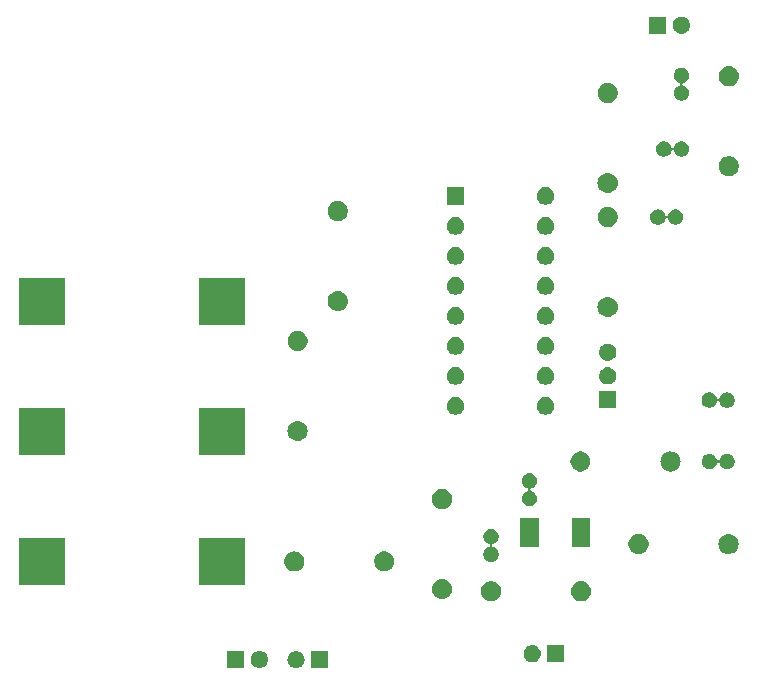
<source format=gts>
G04 #@! TF.GenerationSoftware,KiCad,Pcbnew,(5.0.2)-1*
G04 #@! TF.CreationDate,2019-03-08T12:48:48+01:00*
G04 #@! TF.ProjectId,ECG_final,4543475f-6669-46e6-916c-2e6b69636164,rev?*
G04 #@! TF.SameCoordinates,Original*
G04 #@! TF.FileFunction,Soldermask,Top*
G04 #@! TF.FilePolarity,Negative*
%FSLAX46Y46*%
G04 Gerber Fmt 4.6, Leading zero omitted, Abs format (unit mm)*
G04 Created by KiCad (PCBNEW (5.0.2)-1) date 08/03/2019 12:48:48*
%MOMM*%
%LPD*%
G01*
G04 APERTURE LIST*
%ADD10C,0.100000*%
G04 APERTURE END LIST*
D10*
G36*
X137096000Y-97191000D02*
X135644000Y-97191000D01*
X135644000Y-95739000D01*
X137096000Y-95739000D01*
X137096000Y-97191000D01*
X137096000Y-97191000D01*
G37*
G36*
X134426991Y-95741101D02*
X134512321Y-95749505D01*
X134649172Y-95791019D01*
X134649174Y-95791020D01*
X134649177Y-95791021D01*
X134775296Y-95858432D01*
X134885843Y-95949157D01*
X134976568Y-96059704D01*
X135043979Y-96185823D01*
X135043980Y-96185826D01*
X135043981Y-96185828D01*
X135085495Y-96322679D01*
X135099512Y-96465000D01*
X135085495Y-96607321D01*
X135043981Y-96744172D01*
X135043979Y-96744177D01*
X134976568Y-96870296D01*
X134885843Y-96980843D01*
X134775296Y-97071568D01*
X134649177Y-97138979D01*
X134649174Y-97138980D01*
X134649172Y-97138981D01*
X134512321Y-97180495D01*
X134426991Y-97188899D01*
X134405660Y-97191000D01*
X134334340Y-97191000D01*
X134313009Y-97188899D01*
X134227679Y-97180495D01*
X134090828Y-97138981D01*
X134090826Y-97138980D01*
X134090823Y-97138979D01*
X133964704Y-97071568D01*
X133854157Y-96980843D01*
X133763432Y-96870296D01*
X133696021Y-96744177D01*
X133696019Y-96744172D01*
X133654505Y-96607321D01*
X133640488Y-96465000D01*
X133654505Y-96322679D01*
X133696019Y-96185828D01*
X133696020Y-96185826D01*
X133696021Y-96185823D01*
X133763432Y-96059704D01*
X133854157Y-95949157D01*
X133964704Y-95858432D01*
X134090823Y-95791021D01*
X134090826Y-95791020D01*
X134090828Y-95791019D01*
X134227679Y-95749505D01*
X134313009Y-95741101D01*
X134334340Y-95739000D01*
X134405660Y-95739000D01*
X134426991Y-95741101D01*
X134426991Y-95741101D01*
G37*
G36*
X131326991Y-95741101D02*
X131412321Y-95749505D01*
X131549172Y-95791019D01*
X131549174Y-95791020D01*
X131549177Y-95791021D01*
X131675296Y-95858432D01*
X131785843Y-95949157D01*
X131876568Y-96059704D01*
X131943979Y-96185823D01*
X131943980Y-96185826D01*
X131943981Y-96185828D01*
X131985495Y-96322679D01*
X131999512Y-96465000D01*
X131985495Y-96607321D01*
X131943981Y-96744172D01*
X131943979Y-96744177D01*
X131876568Y-96870296D01*
X131785843Y-96980843D01*
X131675296Y-97071568D01*
X131549177Y-97138979D01*
X131549174Y-97138980D01*
X131549172Y-97138981D01*
X131412321Y-97180495D01*
X131326991Y-97188899D01*
X131305660Y-97191000D01*
X131234340Y-97191000D01*
X131213009Y-97188899D01*
X131127679Y-97180495D01*
X130990828Y-97138981D01*
X130990826Y-97138980D01*
X130990823Y-97138979D01*
X130864704Y-97071568D01*
X130754157Y-96980843D01*
X130663432Y-96870296D01*
X130596021Y-96744177D01*
X130596019Y-96744172D01*
X130554505Y-96607321D01*
X130540488Y-96465000D01*
X130554505Y-96322679D01*
X130596019Y-96185828D01*
X130596020Y-96185826D01*
X130596021Y-96185823D01*
X130663432Y-96059704D01*
X130754157Y-95949157D01*
X130864704Y-95858432D01*
X130990823Y-95791021D01*
X130990826Y-95791020D01*
X130990828Y-95791019D01*
X131127679Y-95749505D01*
X131213009Y-95741101D01*
X131234340Y-95739000D01*
X131305660Y-95739000D01*
X131326991Y-95741101D01*
X131326991Y-95741101D01*
G37*
G36*
X129996000Y-97191000D02*
X128544000Y-97191000D01*
X128544000Y-95739000D01*
X129996000Y-95739000D01*
X129996000Y-97191000D01*
X129996000Y-97191000D01*
G37*
G36*
X154426991Y-95246101D02*
X154512321Y-95254505D01*
X154649172Y-95296019D01*
X154649174Y-95296020D01*
X154649177Y-95296021D01*
X154775296Y-95363432D01*
X154885843Y-95454157D01*
X154976568Y-95564704D01*
X155043979Y-95690823D01*
X155043980Y-95690826D01*
X155043981Y-95690828D01*
X155085495Y-95827679D01*
X155099512Y-95970000D01*
X155085495Y-96112321D01*
X155043981Y-96249172D01*
X155043979Y-96249177D01*
X154976568Y-96375296D01*
X154885843Y-96485843D01*
X154775296Y-96576568D01*
X154649177Y-96643979D01*
X154649174Y-96643980D01*
X154649172Y-96643981D01*
X154512321Y-96685495D01*
X154426991Y-96693899D01*
X154405660Y-96696000D01*
X154334340Y-96696000D01*
X154313009Y-96693899D01*
X154227679Y-96685495D01*
X154090828Y-96643981D01*
X154090826Y-96643980D01*
X154090823Y-96643979D01*
X153964704Y-96576568D01*
X153854157Y-96485843D01*
X153763432Y-96375296D01*
X153696021Y-96249177D01*
X153696019Y-96249172D01*
X153654505Y-96112321D01*
X153640488Y-95970000D01*
X153654505Y-95827679D01*
X153696019Y-95690828D01*
X153696020Y-95690826D01*
X153696021Y-95690823D01*
X153763432Y-95564704D01*
X153854157Y-95454157D01*
X153964704Y-95363432D01*
X154090823Y-95296021D01*
X154090826Y-95296020D01*
X154090828Y-95296019D01*
X154227679Y-95254505D01*
X154313009Y-95246101D01*
X154334340Y-95244000D01*
X154405660Y-95244000D01*
X154426991Y-95246101D01*
X154426991Y-95246101D01*
G37*
G36*
X157096000Y-96696000D02*
X155644000Y-96696000D01*
X155644000Y-95244000D01*
X157096000Y-95244000D01*
X157096000Y-96696000D01*
X157096000Y-96696000D01*
G37*
G36*
X151128228Y-89861703D02*
X151283100Y-89925853D01*
X151422481Y-90018985D01*
X151541015Y-90137519D01*
X151634147Y-90276900D01*
X151698297Y-90431772D01*
X151731000Y-90596184D01*
X151731000Y-90763816D01*
X151698297Y-90928228D01*
X151634147Y-91083100D01*
X151541015Y-91222481D01*
X151422481Y-91341015D01*
X151283100Y-91434147D01*
X151128228Y-91498297D01*
X150963816Y-91531000D01*
X150796184Y-91531000D01*
X150631772Y-91498297D01*
X150476900Y-91434147D01*
X150337519Y-91341015D01*
X150218985Y-91222481D01*
X150125853Y-91083100D01*
X150061703Y-90928228D01*
X150029000Y-90763816D01*
X150029000Y-90596184D01*
X150061703Y-90431772D01*
X150125853Y-90276900D01*
X150218985Y-90137519D01*
X150337519Y-90018985D01*
X150476900Y-89925853D01*
X150631772Y-89861703D01*
X150796184Y-89829000D01*
X150963816Y-89829000D01*
X151128228Y-89861703D01*
X151128228Y-89861703D01*
G37*
G36*
X158666821Y-89841313D02*
X158666824Y-89841314D01*
X158666825Y-89841314D01*
X158827239Y-89889975D01*
X158827241Y-89889976D01*
X158827244Y-89889977D01*
X158975078Y-89968995D01*
X159104659Y-90075341D01*
X159211005Y-90204922D01*
X159290023Y-90352756D01*
X159290024Y-90352759D01*
X159290025Y-90352761D01*
X159331656Y-90490000D01*
X159338687Y-90513179D01*
X159355117Y-90680000D01*
X159338687Y-90846821D01*
X159338686Y-90846824D01*
X159338686Y-90846825D01*
X159313993Y-90928228D01*
X159290023Y-91007244D01*
X159211005Y-91155078D01*
X159104659Y-91284659D01*
X158975078Y-91391005D01*
X158827244Y-91470023D01*
X158827241Y-91470024D01*
X158827239Y-91470025D01*
X158666825Y-91518686D01*
X158666824Y-91518686D01*
X158666821Y-91518687D01*
X158541804Y-91531000D01*
X158458196Y-91531000D01*
X158333179Y-91518687D01*
X158333176Y-91518686D01*
X158333175Y-91518686D01*
X158172761Y-91470025D01*
X158172759Y-91470024D01*
X158172756Y-91470023D01*
X158024922Y-91391005D01*
X157895341Y-91284659D01*
X157788995Y-91155078D01*
X157709977Y-91007244D01*
X157686008Y-90928228D01*
X157661314Y-90846825D01*
X157661314Y-90846824D01*
X157661313Y-90846821D01*
X157644883Y-90680000D01*
X157661313Y-90513179D01*
X157668344Y-90490000D01*
X157709975Y-90352761D01*
X157709976Y-90352759D01*
X157709977Y-90352756D01*
X157788995Y-90204922D01*
X157895341Y-90075341D01*
X158024922Y-89968995D01*
X158172756Y-89889977D01*
X158172759Y-89889976D01*
X158172761Y-89889975D01*
X158333175Y-89841314D01*
X158333176Y-89841314D01*
X158333179Y-89841313D01*
X158458196Y-89829000D01*
X158541804Y-89829000D01*
X158666821Y-89841313D01*
X158666821Y-89841313D01*
G37*
G36*
X146896821Y-89651313D02*
X146896824Y-89651314D01*
X146896825Y-89651314D01*
X147057239Y-89699975D01*
X147057241Y-89699976D01*
X147057244Y-89699977D01*
X147205078Y-89778995D01*
X147334659Y-89885341D01*
X147441005Y-90014922D01*
X147520023Y-90162756D01*
X147520024Y-90162759D01*
X147520025Y-90162761D01*
X147568686Y-90323175D01*
X147568687Y-90323179D01*
X147585117Y-90490000D01*
X147568687Y-90656821D01*
X147568686Y-90656824D01*
X147568686Y-90656825D01*
X147536231Y-90763816D01*
X147520023Y-90817244D01*
X147441005Y-90965078D01*
X147334659Y-91094659D01*
X147205078Y-91201005D01*
X147057244Y-91280023D01*
X147057241Y-91280024D01*
X147057239Y-91280025D01*
X146896825Y-91328686D01*
X146896824Y-91328686D01*
X146896821Y-91328687D01*
X146771804Y-91341000D01*
X146688196Y-91341000D01*
X146563179Y-91328687D01*
X146563176Y-91328686D01*
X146563175Y-91328686D01*
X146402761Y-91280025D01*
X146402759Y-91280024D01*
X146402756Y-91280023D01*
X146254922Y-91201005D01*
X146125341Y-91094659D01*
X146018995Y-90965078D01*
X145939977Y-90817244D01*
X145923770Y-90763816D01*
X145891314Y-90656825D01*
X145891314Y-90656824D01*
X145891313Y-90656821D01*
X145874883Y-90490000D01*
X145891313Y-90323179D01*
X145891314Y-90323175D01*
X145939975Y-90162761D01*
X145939976Y-90162759D01*
X145939977Y-90162756D01*
X146018995Y-90014922D01*
X146125341Y-89885341D01*
X146254922Y-89778995D01*
X146402756Y-89699977D01*
X146402759Y-89699976D01*
X146402761Y-89699975D01*
X146563175Y-89651314D01*
X146563176Y-89651314D01*
X146563179Y-89651313D01*
X146688196Y-89639000D01*
X146771804Y-89639000D01*
X146896821Y-89651313D01*
X146896821Y-89651313D01*
G37*
G36*
X114796000Y-90116000D02*
X110884000Y-90116000D01*
X110884000Y-86204000D01*
X114796000Y-86204000D01*
X114796000Y-90116000D01*
X114796000Y-90116000D01*
G37*
G36*
X130086800Y-90116000D02*
X126174800Y-90116000D01*
X126174800Y-86204000D01*
X130086800Y-86204000D01*
X130086800Y-90116000D01*
X130086800Y-90116000D01*
G37*
G36*
X134386821Y-87321313D02*
X134386824Y-87321314D01*
X134386825Y-87321314D01*
X134547239Y-87369975D01*
X134547241Y-87369976D01*
X134547244Y-87369977D01*
X134695078Y-87448995D01*
X134824659Y-87555341D01*
X134931005Y-87684922D01*
X135010023Y-87832756D01*
X135010024Y-87832759D01*
X135010025Y-87832761D01*
X135050137Y-87964992D01*
X135058687Y-87993179D01*
X135075117Y-88160000D01*
X135058687Y-88326821D01*
X135058686Y-88326824D01*
X135058686Y-88326825D01*
X135033993Y-88408228D01*
X135010023Y-88487244D01*
X134931005Y-88635078D01*
X134824659Y-88764659D01*
X134695078Y-88871005D01*
X134547244Y-88950023D01*
X134547241Y-88950024D01*
X134547239Y-88950025D01*
X134386825Y-88998686D01*
X134386824Y-88998686D01*
X134386821Y-88998687D01*
X134261804Y-89011000D01*
X134178196Y-89011000D01*
X134053179Y-88998687D01*
X134053176Y-88998686D01*
X134053175Y-88998686D01*
X133892761Y-88950025D01*
X133892759Y-88950024D01*
X133892756Y-88950023D01*
X133744922Y-88871005D01*
X133615341Y-88764659D01*
X133508995Y-88635078D01*
X133429977Y-88487244D01*
X133406008Y-88408228D01*
X133381314Y-88326825D01*
X133381314Y-88326824D01*
X133381313Y-88326821D01*
X133364883Y-88160000D01*
X133381313Y-87993179D01*
X133389863Y-87964992D01*
X133429975Y-87832761D01*
X133429976Y-87832759D01*
X133429977Y-87832756D01*
X133508995Y-87684922D01*
X133615341Y-87555341D01*
X133744922Y-87448995D01*
X133892756Y-87369977D01*
X133892759Y-87369976D01*
X133892761Y-87369975D01*
X134053175Y-87321314D01*
X134053176Y-87321314D01*
X134053179Y-87321313D01*
X134178196Y-87309000D01*
X134261804Y-87309000D01*
X134386821Y-87321313D01*
X134386821Y-87321313D01*
G37*
G36*
X142088228Y-87341703D02*
X142243100Y-87405853D01*
X142382481Y-87498985D01*
X142501015Y-87617519D01*
X142594147Y-87756900D01*
X142658297Y-87911772D01*
X142691000Y-88076184D01*
X142691000Y-88243816D01*
X142658297Y-88408228D01*
X142594147Y-88563100D01*
X142501015Y-88702481D01*
X142382481Y-88821015D01*
X142243100Y-88914147D01*
X142088228Y-88978297D01*
X141923816Y-89011000D01*
X141756184Y-89011000D01*
X141591772Y-88978297D01*
X141436900Y-88914147D01*
X141297519Y-88821015D01*
X141178985Y-88702481D01*
X141085853Y-88563100D01*
X141021703Y-88408228D01*
X140989000Y-88243816D01*
X140989000Y-88076184D01*
X141021703Y-87911772D01*
X141085853Y-87756900D01*
X141178985Y-87617519D01*
X141297519Y-87498985D01*
X141436900Y-87405853D01*
X141591772Y-87341703D01*
X141756184Y-87309000D01*
X141923816Y-87309000D01*
X142088228Y-87341703D01*
X142088228Y-87341703D01*
G37*
G36*
X151069890Y-85424017D02*
X151188361Y-85473089D01*
X151294992Y-85544338D01*
X151385662Y-85635008D01*
X151456911Y-85741639D01*
X151505983Y-85860110D01*
X151531000Y-85985881D01*
X151531000Y-86114119D01*
X151505983Y-86239890D01*
X151456911Y-86358361D01*
X151456909Y-86358364D01*
X151398064Y-86446432D01*
X151385662Y-86464992D01*
X151294992Y-86555662D01*
X151188361Y-86626911D01*
X151069890Y-86675983D01*
X151062753Y-86677403D01*
X151039306Y-86684515D01*
X151017695Y-86696066D01*
X150998753Y-86711611D01*
X150983208Y-86730553D01*
X150971656Y-86752164D01*
X150964543Y-86775613D01*
X150962141Y-86799999D01*
X150964543Y-86824386D01*
X150971656Y-86847835D01*
X150983207Y-86869446D01*
X150998752Y-86888388D01*
X151017694Y-86903933D01*
X151039305Y-86915485D01*
X151062753Y-86922597D01*
X151069890Y-86924017D01*
X151188361Y-86973089D01*
X151188364Y-86973091D01*
X151261418Y-87021904D01*
X151294992Y-87044338D01*
X151385662Y-87135008D01*
X151456911Y-87241639D01*
X151505983Y-87360110D01*
X151531000Y-87485881D01*
X151531000Y-87614119D01*
X151505983Y-87739890D01*
X151456911Y-87858361D01*
X151385662Y-87964992D01*
X151294992Y-88055662D01*
X151188361Y-88126911D01*
X151069890Y-88175983D01*
X150944119Y-88201000D01*
X150815881Y-88201000D01*
X150690110Y-88175983D01*
X150571639Y-88126911D01*
X150465008Y-88055662D01*
X150374338Y-87964992D01*
X150303089Y-87858361D01*
X150254017Y-87739890D01*
X150229000Y-87614119D01*
X150229000Y-87485881D01*
X150254017Y-87360110D01*
X150303089Y-87241639D01*
X150374338Y-87135008D01*
X150465008Y-87044338D01*
X150498583Y-87021904D01*
X150571636Y-86973091D01*
X150571639Y-86973089D01*
X150690110Y-86924017D01*
X150697247Y-86922597D01*
X150720694Y-86915485D01*
X150742305Y-86903934D01*
X150761247Y-86888389D01*
X150776792Y-86869447D01*
X150788344Y-86847836D01*
X150795457Y-86824387D01*
X150797859Y-86800001D01*
X150795457Y-86775614D01*
X150788344Y-86752165D01*
X150776793Y-86730554D01*
X150761248Y-86711612D01*
X150742306Y-86696067D01*
X150720695Y-86684515D01*
X150697247Y-86677403D01*
X150690110Y-86675983D01*
X150571639Y-86626911D01*
X150465008Y-86555662D01*
X150374338Y-86464992D01*
X150361937Y-86446432D01*
X150303091Y-86358364D01*
X150303089Y-86358361D01*
X150254017Y-86239890D01*
X150229000Y-86114119D01*
X150229000Y-85985881D01*
X150254017Y-85860110D01*
X150303089Y-85741639D01*
X150374338Y-85635008D01*
X150465008Y-85544338D01*
X150571639Y-85473089D01*
X150690110Y-85424017D01*
X150815881Y-85399000D01*
X150944119Y-85399000D01*
X151069890Y-85424017D01*
X151069890Y-85424017D01*
G37*
G36*
X163611317Y-85876363D02*
X163766189Y-85940513D01*
X163905570Y-86033645D01*
X164024104Y-86152179D01*
X164117236Y-86291560D01*
X164181386Y-86446432D01*
X164214089Y-86610844D01*
X164214089Y-86778476D01*
X164181386Y-86942888D01*
X164117236Y-87097760D01*
X164024104Y-87237141D01*
X163905570Y-87355675D01*
X163766189Y-87448807D01*
X163611317Y-87512957D01*
X163446905Y-87545660D01*
X163279273Y-87545660D01*
X163114861Y-87512957D01*
X162959989Y-87448807D01*
X162820608Y-87355675D01*
X162702074Y-87237141D01*
X162608942Y-87097760D01*
X162544792Y-86942888D01*
X162512089Y-86778476D01*
X162512089Y-86610844D01*
X162544792Y-86446432D01*
X162608942Y-86291560D01*
X162702074Y-86152179D01*
X162820608Y-86033645D01*
X162959989Y-85940513D01*
X163114861Y-85876363D01*
X163279273Y-85843660D01*
X163446905Y-85843660D01*
X163611317Y-85876363D01*
X163611317Y-85876363D01*
G37*
G36*
X171149910Y-85855973D02*
X171149913Y-85855974D01*
X171149914Y-85855974D01*
X171310328Y-85904635D01*
X171310330Y-85904636D01*
X171310333Y-85904637D01*
X171458167Y-85983655D01*
X171587748Y-86090001D01*
X171694094Y-86219582D01*
X171773112Y-86367416D01*
X171773113Y-86367419D01*
X171773114Y-86367421D01*
X171821775Y-86527835D01*
X171821776Y-86527839D01*
X171838206Y-86694660D01*
X171821776Y-86861481D01*
X171821775Y-86861484D01*
X171821775Y-86861485D01*
X171787920Y-86973091D01*
X171773112Y-87021904D01*
X171694094Y-87169738D01*
X171587748Y-87299319D01*
X171458167Y-87405665D01*
X171310333Y-87484683D01*
X171310330Y-87484684D01*
X171310328Y-87484685D01*
X171149914Y-87533346D01*
X171149913Y-87533346D01*
X171149910Y-87533347D01*
X171024893Y-87545660D01*
X170941285Y-87545660D01*
X170816268Y-87533347D01*
X170816265Y-87533346D01*
X170816264Y-87533346D01*
X170655850Y-87484685D01*
X170655848Y-87484684D01*
X170655845Y-87484683D01*
X170508011Y-87405665D01*
X170378430Y-87299319D01*
X170272084Y-87169738D01*
X170193066Y-87021904D01*
X170178259Y-86973091D01*
X170144403Y-86861485D01*
X170144403Y-86861484D01*
X170144402Y-86861481D01*
X170127972Y-86694660D01*
X170144402Y-86527839D01*
X170144403Y-86527835D01*
X170193064Y-86367421D01*
X170193065Y-86367419D01*
X170193066Y-86367416D01*
X170272084Y-86219582D01*
X170378430Y-86090001D01*
X170508011Y-85983655D01*
X170655845Y-85904637D01*
X170655848Y-85904636D01*
X170655850Y-85904635D01*
X170816264Y-85855974D01*
X170816265Y-85855974D01*
X170816268Y-85855973D01*
X170941285Y-85843660D01*
X171024893Y-85843660D01*
X171149910Y-85855973D01*
X171149910Y-85855973D01*
G37*
G36*
X159294700Y-86952100D02*
X157694100Y-86952100D01*
X157694100Y-84487900D01*
X159294700Y-84487900D01*
X159294700Y-86952100D01*
X159294700Y-86952100D01*
G37*
G36*
X154925900Y-86952100D02*
X153325300Y-86952100D01*
X153325300Y-84487900D01*
X154925900Y-84487900D01*
X154925900Y-86952100D01*
X154925900Y-86952100D01*
G37*
G36*
X146978228Y-82051703D02*
X147133100Y-82115853D01*
X147272481Y-82208985D01*
X147391015Y-82327519D01*
X147484147Y-82466900D01*
X147548297Y-82621772D01*
X147581000Y-82786184D01*
X147581000Y-82953816D01*
X147548297Y-83118228D01*
X147484147Y-83273100D01*
X147391015Y-83412481D01*
X147272481Y-83531015D01*
X147133100Y-83624147D01*
X146978228Y-83688297D01*
X146813816Y-83721000D01*
X146646184Y-83721000D01*
X146481772Y-83688297D01*
X146326900Y-83624147D01*
X146187519Y-83531015D01*
X146068985Y-83412481D01*
X145975853Y-83273100D01*
X145911703Y-83118228D01*
X145879000Y-82953816D01*
X145879000Y-82786184D01*
X145911703Y-82621772D01*
X145975853Y-82466900D01*
X146068985Y-82327519D01*
X146187519Y-82208985D01*
X146326900Y-82115853D01*
X146481772Y-82051703D01*
X146646184Y-82019000D01*
X146813816Y-82019000D01*
X146978228Y-82051703D01*
X146978228Y-82051703D01*
G37*
G36*
X154319890Y-80704017D02*
X154438361Y-80753089D01*
X154544992Y-80824338D01*
X154635662Y-80915008D01*
X154706911Y-81021639D01*
X154755983Y-81140110D01*
X154781000Y-81265881D01*
X154781000Y-81394119D01*
X154755983Y-81519890D01*
X154706911Y-81638361D01*
X154635662Y-81744992D01*
X154544992Y-81835662D01*
X154438361Y-81906911D01*
X154319890Y-81955983D01*
X154312753Y-81957403D01*
X154289306Y-81964515D01*
X154267695Y-81976066D01*
X154248753Y-81991611D01*
X154233208Y-82010553D01*
X154221656Y-82032164D01*
X154214543Y-82055613D01*
X154212141Y-82079999D01*
X154214543Y-82104386D01*
X154221656Y-82127835D01*
X154233207Y-82149446D01*
X154248752Y-82168388D01*
X154267694Y-82183933D01*
X154289305Y-82195485D01*
X154312753Y-82202597D01*
X154319890Y-82204017D01*
X154438361Y-82253089D01*
X154544992Y-82324338D01*
X154635662Y-82415008D01*
X154635664Y-82415011D01*
X154635665Y-82415012D01*
X154706909Y-82521636D01*
X154706911Y-82521639D01*
X154755983Y-82640110D01*
X154781000Y-82765881D01*
X154781000Y-82894119D01*
X154755983Y-83019890D01*
X154706911Y-83138361D01*
X154635662Y-83244992D01*
X154544992Y-83335662D01*
X154438361Y-83406911D01*
X154319890Y-83455983D01*
X154194119Y-83481000D01*
X154065881Y-83481000D01*
X153940110Y-83455983D01*
X153821639Y-83406911D01*
X153715008Y-83335662D01*
X153624338Y-83244992D01*
X153553089Y-83138361D01*
X153504017Y-83019890D01*
X153479000Y-82894119D01*
X153479000Y-82765881D01*
X153504017Y-82640110D01*
X153553089Y-82521639D01*
X153553091Y-82521636D01*
X153624335Y-82415012D01*
X153624336Y-82415011D01*
X153624338Y-82415008D01*
X153715008Y-82324338D01*
X153821639Y-82253089D01*
X153940110Y-82204017D01*
X153947247Y-82202597D01*
X153970694Y-82195485D01*
X153992305Y-82183934D01*
X154011247Y-82168389D01*
X154026792Y-82149447D01*
X154038344Y-82127836D01*
X154045457Y-82104387D01*
X154047859Y-82080001D01*
X154045457Y-82055614D01*
X154038344Y-82032165D01*
X154026793Y-82010554D01*
X154011248Y-81991612D01*
X153992306Y-81976067D01*
X153970695Y-81964515D01*
X153947247Y-81957403D01*
X153940110Y-81955983D01*
X153821639Y-81906911D01*
X153715008Y-81835662D01*
X153624338Y-81744992D01*
X153553089Y-81638361D01*
X153504017Y-81519890D01*
X153479000Y-81394119D01*
X153479000Y-81265881D01*
X153504017Y-81140110D01*
X153553089Y-81021639D01*
X153624338Y-80915008D01*
X153715008Y-80824338D01*
X153821639Y-80753089D01*
X153940110Y-80704017D01*
X154065881Y-80679000D01*
X154194119Y-80679000D01*
X154319890Y-80704017D01*
X154319890Y-80704017D01*
G37*
G36*
X166236821Y-78861313D02*
X166236824Y-78861314D01*
X166236825Y-78861314D01*
X166397239Y-78909975D01*
X166397241Y-78909976D01*
X166397244Y-78909977D01*
X166545078Y-78988995D01*
X166674659Y-79095341D01*
X166781005Y-79224922D01*
X166860023Y-79372756D01*
X166860024Y-79372759D01*
X166860025Y-79372761D01*
X166900069Y-79504770D01*
X166908687Y-79533179D01*
X166925117Y-79700000D01*
X166908687Y-79866821D01*
X166908686Y-79866824D01*
X166908686Y-79866825D01*
X166867371Y-80003024D01*
X166860023Y-80027244D01*
X166781005Y-80175078D01*
X166674659Y-80304659D01*
X166545078Y-80411005D01*
X166397244Y-80490023D01*
X166397241Y-80490024D01*
X166397239Y-80490025D01*
X166236825Y-80538686D01*
X166236824Y-80538686D01*
X166236821Y-80538687D01*
X166111804Y-80551000D01*
X166028196Y-80551000D01*
X165903179Y-80538687D01*
X165903176Y-80538686D01*
X165903175Y-80538686D01*
X165742761Y-80490025D01*
X165742759Y-80490024D01*
X165742756Y-80490023D01*
X165594922Y-80411005D01*
X165465341Y-80304659D01*
X165358995Y-80175078D01*
X165279977Y-80027244D01*
X165272630Y-80003024D01*
X165231314Y-79866825D01*
X165231314Y-79866824D01*
X165231313Y-79866821D01*
X165214883Y-79700000D01*
X165231313Y-79533179D01*
X165239931Y-79504770D01*
X165279975Y-79372761D01*
X165279976Y-79372759D01*
X165279977Y-79372756D01*
X165358995Y-79224922D01*
X165465341Y-79095341D01*
X165594922Y-78988995D01*
X165742756Y-78909977D01*
X165742759Y-78909976D01*
X165742761Y-78909975D01*
X165903175Y-78861314D01*
X165903176Y-78861314D01*
X165903179Y-78861313D01*
X166028196Y-78849000D01*
X166111804Y-78849000D01*
X166236821Y-78861313D01*
X166236821Y-78861313D01*
G37*
G36*
X158698228Y-78881703D02*
X158853100Y-78945853D01*
X158992481Y-79038985D01*
X159111015Y-79157519D01*
X159204147Y-79296900D01*
X159268297Y-79451772D01*
X159301000Y-79616184D01*
X159301000Y-79783816D01*
X159268297Y-79948228D01*
X159204147Y-80103100D01*
X159111015Y-80242481D01*
X158992481Y-80361015D01*
X158853100Y-80454147D01*
X158698228Y-80518297D01*
X158533816Y-80551000D01*
X158366184Y-80551000D01*
X158201772Y-80518297D01*
X158046900Y-80454147D01*
X157907519Y-80361015D01*
X157788985Y-80242481D01*
X157695853Y-80103100D01*
X157631703Y-79948228D01*
X157599000Y-79783816D01*
X157599000Y-79616184D01*
X157631703Y-79451772D01*
X157695853Y-79296900D01*
X157788985Y-79157519D01*
X157907519Y-79038985D01*
X158046900Y-78945853D01*
X158201772Y-78881703D01*
X158366184Y-78849000D01*
X158533816Y-78849000D01*
X158698228Y-78881703D01*
X158698228Y-78881703D01*
G37*
G36*
X169552979Y-79068677D02*
X169671450Y-79117749D01*
X169778081Y-79188998D01*
X169868751Y-79279668D01*
X169940000Y-79386299D01*
X169989072Y-79504770D01*
X169990491Y-79511905D01*
X169997604Y-79535354D01*
X170009155Y-79556965D01*
X170024700Y-79575907D01*
X170043642Y-79591452D01*
X170065253Y-79603004D01*
X170088702Y-79610117D01*
X170113088Y-79612519D01*
X170137475Y-79610117D01*
X170160924Y-79603004D01*
X170182535Y-79591453D01*
X170201477Y-79575908D01*
X170217022Y-79556966D01*
X170228574Y-79535355D01*
X170235687Y-79511905D01*
X170237106Y-79504770D01*
X170286178Y-79386299D01*
X170357427Y-79279668D01*
X170448097Y-79188998D01*
X170554728Y-79117749D01*
X170673199Y-79068677D01*
X170798970Y-79043660D01*
X170927208Y-79043660D01*
X171052979Y-79068677D01*
X171171450Y-79117749D01*
X171278081Y-79188998D01*
X171368751Y-79279668D01*
X171440000Y-79386299D01*
X171489072Y-79504770D01*
X171514089Y-79630541D01*
X171514089Y-79758779D01*
X171489072Y-79884550D01*
X171440000Y-80003021D01*
X171368751Y-80109652D01*
X171278081Y-80200322D01*
X171171450Y-80271571D01*
X171052979Y-80320643D01*
X170927208Y-80345660D01*
X170798970Y-80345660D01*
X170673199Y-80320643D01*
X170554728Y-80271571D01*
X170448097Y-80200322D01*
X170357427Y-80109652D01*
X170286178Y-80003021D01*
X170237106Y-79884550D01*
X170235687Y-79877415D01*
X170228574Y-79853966D01*
X170217023Y-79832355D01*
X170201478Y-79813413D01*
X170182536Y-79797868D01*
X170160925Y-79786316D01*
X170137476Y-79779203D01*
X170113090Y-79776801D01*
X170088703Y-79779203D01*
X170065254Y-79786316D01*
X170043643Y-79797867D01*
X170024701Y-79813412D01*
X170009156Y-79832354D01*
X169997604Y-79853965D01*
X169990491Y-79877415D01*
X169989072Y-79884550D01*
X169940000Y-80003021D01*
X169868751Y-80109652D01*
X169778081Y-80200322D01*
X169671450Y-80271571D01*
X169552979Y-80320643D01*
X169427208Y-80345660D01*
X169298970Y-80345660D01*
X169173199Y-80320643D01*
X169054728Y-80271571D01*
X168948097Y-80200322D01*
X168857427Y-80109652D01*
X168786178Y-80003021D01*
X168737106Y-79884550D01*
X168712089Y-79758779D01*
X168712089Y-79630541D01*
X168737106Y-79504770D01*
X168786178Y-79386299D01*
X168857427Y-79279668D01*
X168948097Y-79188998D01*
X169054728Y-79117749D01*
X169173199Y-79068677D01*
X169298970Y-79043660D01*
X169427208Y-79043660D01*
X169552979Y-79068677D01*
X169552979Y-79068677D01*
G37*
G36*
X114796000Y-79116000D02*
X110884000Y-79116000D01*
X110884000Y-75204000D01*
X114796000Y-75204000D01*
X114796000Y-79116000D01*
X114796000Y-79116000D01*
G37*
G36*
X130086800Y-79116000D02*
X126174800Y-79116000D01*
X126174800Y-75204000D01*
X130086800Y-75204000D01*
X130086800Y-79116000D01*
X130086800Y-79116000D01*
G37*
G36*
X134666821Y-76281313D02*
X134666824Y-76281314D01*
X134666825Y-76281314D01*
X134827239Y-76329975D01*
X134827241Y-76329976D01*
X134827244Y-76329977D01*
X134975078Y-76408995D01*
X135104659Y-76515341D01*
X135211005Y-76644922D01*
X135290023Y-76792756D01*
X135338687Y-76953179D01*
X135355117Y-77120000D01*
X135338687Y-77286821D01*
X135290023Y-77447244D01*
X135211005Y-77595078D01*
X135104659Y-77724659D01*
X134975078Y-77831005D01*
X134827244Y-77910023D01*
X134827241Y-77910024D01*
X134827239Y-77910025D01*
X134666825Y-77958686D01*
X134666824Y-77958686D01*
X134666821Y-77958687D01*
X134541804Y-77971000D01*
X134458196Y-77971000D01*
X134333179Y-77958687D01*
X134333176Y-77958686D01*
X134333175Y-77958686D01*
X134172761Y-77910025D01*
X134172759Y-77910024D01*
X134172756Y-77910023D01*
X134024922Y-77831005D01*
X133895341Y-77724659D01*
X133788995Y-77595078D01*
X133709977Y-77447244D01*
X133661313Y-77286821D01*
X133644883Y-77120000D01*
X133661313Y-76953179D01*
X133709977Y-76792756D01*
X133788995Y-76644922D01*
X133895341Y-76515341D01*
X134024922Y-76408995D01*
X134172756Y-76329977D01*
X134172759Y-76329976D01*
X134172761Y-76329975D01*
X134333175Y-76281314D01*
X134333176Y-76281314D01*
X134333179Y-76281313D01*
X134458196Y-76269000D01*
X134541804Y-76269000D01*
X134666821Y-76281313D01*
X134666821Y-76281313D01*
G37*
G36*
X148098621Y-74279302D02*
X148235022Y-74335801D01*
X148357779Y-74417825D01*
X148462175Y-74522221D01*
X148544199Y-74644978D01*
X148600698Y-74781379D01*
X148629500Y-74926181D01*
X148629500Y-75073819D01*
X148600698Y-75218621D01*
X148544199Y-75355022D01*
X148462175Y-75477779D01*
X148357779Y-75582175D01*
X148235022Y-75664199D01*
X148098621Y-75720698D01*
X147953819Y-75749500D01*
X147806181Y-75749500D01*
X147661379Y-75720698D01*
X147524978Y-75664199D01*
X147402221Y-75582175D01*
X147297825Y-75477779D01*
X147215801Y-75355022D01*
X147159302Y-75218621D01*
X147130500Y-75073819D01*
X147130500Y-74926181D01*
X147159302Y-74781379D01*
X147215801Y-74644978D01*
X147297825Y-74522221D01*
X147402221Y-74417825D01*
X147524978Y-74335801D01*
X147661379Y-74279302D01*
X147806181Y-74250500D01*
X147953819Y-74250500D01*
X148098621Y-74279302D01*
X148098621Y-74279302D01*
G37*
G36*
X155718621Y-74279302D02*
X155855022Y-74335801D01*
X155977779Y-74417825D01*
X156082175Y-74522221D01*
X156164199Y-74644978D01*
X156220698Y-74781379D01*
X156249500Y-74926181D01*
X156249500Y-75073819D01*
X156220698Y-75218621D01*
X156164199Y-75355022D01*
X156082175Y-75477779D01*
X155977779Y-75582175D01*
X155855022Y-75664199D01*
X155718621Y-75720698D01*
X155573819Y-75749500D01*
X155426181Y-75749500D01*
X155281379Y-75720698D01*
X155144978Y-75664199D01*
X155022221Y-75582175D01*
X154917825Y-75477779D01*
X154835801Y-75355022D01*
X154779302Y-75218621D01*
X154750500Y-75073819D01*
X154750500Y-74926181D01*
X154779302Y-74781379D01*
X154835801Y-74644978D01*
X154917825Y-74522221D01*
X155022221Y-74417825D01*
X155144978Y-74335801D01*
X155281379Y-74279302D01*
X155426181Y-74250500D01*
X155573819Y-74250500D01*
X155718621Y-74279302D01*
X155718621Y-74279302D01*
G37*
G36*
X161476000Y-75176000D02*
X160024000Y-75176000D01*
X160024000Y-73724000D01*
X161476000Y-73724000D01*
X161476000Y-75176000D01*
X161476000Y-75176000D01*
G37*
G36*
X169549890Y-73864017D02*
X169668361Y-73913089D01*
X169774992Y-73984338D01*
X169865662Y-74075008D01*
X169936911Y-74181639D01*
X169985983Y-74300110D01*
X169987402Y-74307245D01*
X169994515Y-74330694D01*
X170006066Y-74352305D01*
X170021611Y-74371247D01*
X170040553Y-74386792D01*
X170062164Y-74398344D01*
X170085613Y-74405457D01*
X170109999Y-74407859D01*
X170134386Y-74405457D01*
X170157835Y-74398344D01*
X170179446Y-74386793D01*
X170198388Y-74371248D01*
X170213933Y-74352306D01*
X170225485Y-74330695D01*
X170232598Y-74307245D01*
X170234017Y-74300110D01*
X170283089Y-74181639D01*
X170354338Y-74075008D01*
X170445008Y-73984338D01*
X170551639Y-73913089D01*
X170670110Y-73864017D01*
X170795881Y-73839000D01*
X170924119Y-73839000D01*
X171049890Y-73864017D01*
X171168361Y-73913089D01*
X171274992Y-73984338D01*
X171365662Y-74075008D01*
X171436911Y-74181639D01*
X171485983Y-74300110D01*
X171511000Y-74425881D01*
X171511000Y-74554119D01*
X171485983Y-74679890D01*
X171436911Y-74798361D01*
X171365662Y-74904992D01*
X171274992Y-74995662D01*
X171168361Y-75066911D01*
X171049890Y-75115983D01*
X170924119Y-75141000D01*
X170795881Y-75141000D01*
X170670110Y-75115983D01*
X170551639Y-75066911D01*
X170445008Y-74995662D01*
X170354338Y-74904992D01*
X170283089Y-74798361D01*
X170234017Y-74679890D01*
X170232598Y-74672755D01*
X170225485Y-74649306D01*
X170213934Y-74627695D01*
X170198389Y-74608753D01*
X170179447Y-74593208D01*
X170157836Y-74581656D01*
X170134387Y-74574543D01*
X170110001Y-74572141D01*
X170085614Y-74574543D01*
X170062165Y-74581656D01*
X170040554Y-74593207D01*
X170021612Y-74608752D01*
X170006067Y-74627694D01*
X169994515Y-74649305D01*
X169987402Y-74672755D01*
X169985983Y-74679890D01*
X169936911Y-74798361D01*
X169865662Y-74904992D01*
X169774992Y-74995662D01*
X169668361Y-75066911D01*
X169549890Y-75115983D01*
X169424119Y-75141000D01*
X169295881Y-75141000D01*
X169170110Y-75115983D01*
X169051639Y-75066911D01*
X168945008Y-74995662D01*
X168854338Y-74904992D01*
X168783089Y-74798361D01*
X168734017Y-74679890D01*
X168709000Y-74554119D01*
X168709000Y-74425881D01*
X168734017Y-74300110D01*
X168783089Y-74181639D01*
X168854338Y-74075008D01*
X168945008Y-73984338D01*
X169051639Y-73913089D01*
X169170110Y-73864017D01*
X169295881Y-73839000D01*
X169424119Y-73839000D01*
X169549890Y-73864017D01*
X169549890Y-73864017D01*
G37*
G36*
X155718621Y-71739302D02*
X155855022Y-71795801D01*
X155977779Y-71877825D01*
X156082175Y-71982221D01*
X156164199Y-72104978D01*
X156220698Y-72241379D01*
X156249500Y-72386181D01*
X156249500Y-72533819D01*
X156220698Y-72678621D01*
X156164199Y-72815022D01*
X156082175Y-72937779D01*
X155977779Y-73042175D01*
X155855022Y-73124199D01*
X155718621Y-73180698D01*
X155573819Y-73209500D01*
X155426181Y-73209500D01*
X155281379Y-73180698D01*
X155144978Y-73124199D01*
X155022221Y-73042175D01*
X154917825Y-72937779D01*
X154835801Y-72815022D01*
X154779302Y-72678621D01*
X154750500Y-72533819D01*
X154750500Y-72386181D01*
X154779302Y-72241379D01*
X154835801Y-72104978D01*
X154917825Y-71982221D01*
X155022221Y-71877825D01*
X155144978Y-71795801D01*
X155281379Y-71739302D01*
X155426181Y-71710500D01*
X155573819Y-71710500D01*
X155718621Y-71739302D01*
X155718621Y-71739302D01*
G37*
G36*
X148098621Y-71739302D02*
X148235022Y-71795801D01*
X148357779Y-71877825D01*
X148462175Y-71982221D01*
X148544199Y-72104978D01*
X148600698Y-72241379D01*
X148629500Y-72386181D01*
X148629500Y-72533819D01*
X148600698Y-72678621D01*
X148544199Y-72815022D01*
X148462175Y-72937779D01*
X148357779Y-73042175D01*
X148235022Y-73124199D01*
X148098621Y-73180698D01*
X147953819Y-73209500D01*
X147806181Y-73209500D01*
X147661379Y-73180698D01*
X147524978Y-73124199D01*
X147402221Y-73042175D01*
X147297825Y-72937779D01*
X147215801Y-72815022D01*
X147159302Y-72678621D01*
X147130500Y-72533819D01*
X147130500Y-72386181D01*
X147159302Y-72241379D01*
X147215801Y-72104978D01*
X147297825Y-71982221D01*
X147402221Y-71877825D01*
X147524978Y-71795801D01*
X147661379Y-71739302D01*
X147806181Y-71710500D01*
X147953819Y-71710500D01*
X148098621Y-71739302D01*
X148098621Y-71739302D01*
G37*
G36*
X160806991Y-71726101D02*
X160892321Y-71734505D01*
X161029172Y-71776019D01*
X161029174Y-71776020D01*
X161029177Y-71776021D01*
X161155296Y-71843432D01*
X161265843Y-71934157D01*
X161356568Y-72044704D01*
X161423979Y-72170823D01*
X161423980Y-72170826D01*
X161423981Y-72170828D01*
X161465495Y-72307679D01*
X161479512Y-72450000D01*
X161465495Y-72592321D01*
X161423981Y-72729172D01*
X161423979Y-72729177D01*
X161356568Y-72855296D01*
X161265843Y-72965843D01*
X161155296Y-73056568D01*
X161029177Y-73123979D01*
X161029174Y-73123980D01*
X161029172Y-73123981D01*
X160892321Y-73165495D01*
X160806991Y-73173899D01*
X160785660Y-73176000D01*
X160714340Y-73176000D01*
X160693009Y-73173899D01*
X160607679Y-73165495D01*
X160470828Y-73123981D01*
X160470826Y-73123980D01*
X160470823Y-73123979D01*
X160344704Y-73056568D01*
X160234157Y-72965843D01*
X160143432Y-72855296D01*
X160076021Y-72729177D01*
X160076019Y-72729172D01*
X160034505Y-72592321D01*
X160020488Y-72450000D01*
X160034505Y-72307679D01*
X160076019Y-72170828D01*
X160076020Y-72170826D01*
X160076021Y-72170823D01*
X160143432Y-72044704D01*
X160234157Y-71934157D01*
X160344704Y-71843432D01*
X160470823Y-71776021D01*
X160470826Y-71776020D01*
X160470828Y-71776019D01*
X160607679Y-71734505D01*
X160693009Y-71726101D01*
X160714340Y-71724000D01*
X160785660Y-71724000D01*
X160806991Y-71726101D01*
X160806991Y-71726101D01*
G37*
G36*
X160806991Y-69726101D02*
X160892321Y-69734505D01*
X161029172Y-69776019D01*
X161029174Y-69776020D01*
X161029177Y-69776021D01*
X161155296Y-69843432D01*
X161265843Y-69934157D01*
X161356568Y-70044704D01*
X161423979Y-70170823D01*
X161423980Y-70170826D01*
X161423981Y-70170828D01*
X161465495Y-70307679D01*
X161479512Y-70450000D01*
X161465495Y-70592321D01*
X161423981Y-70729172D01*
X161423979Y-70729177D01*
X161356568Y-70855296D01*
X161265843Y-70965843D01*
X161155296Y-71056568D01*
X161029177Y-71123979D01*
X161029174Y-71123980D01*
X161029172Y-71123981D01*
X160892321Y-71165495D01*
X160806991Y-71173899D01*
X160785660Y-71176000D01*
X160714340Y-71176000D01*
X160693009Y-71173899D01*
X160607679Y-71165495D01*
X160470828Y-71123981D01*
X160470826Y-71123980D01*
X160470823Y-71123979D01*
X160344704Y-71056568D01*
X160234157Y-70965843D01*
X160143432Y-70855296D01*
X160076021Y-70729177D01*
X160076019Y-70729172D01*
X160034505Y-70592321D01*
X160020488Y-70450000D01*
X160034505Y-70307679D01*
X160076019Y-70170828D01*
X160076020Y-70170826D01*
X160076021Y-70170823D01*
X160143432Y-70044704D01*
X160234157Y-69934157D01*
X160344704Y-69843432D01*
X160470823Y-69776021D01*
X160470826Y-69776020D01*
X160470828Y-69776019D01*
X160607679Y-69734505D01*
X160693009Y-69726101D01*
X160714340Y-69724000D01*
X160785660Y-69724000D01*
X160806991Y-69726101D01*
X160806991Y-69726101D01*
G37*
G36*
X148098621Y-69199302D02*
X148235022Y-69255801D01*
X148357779Y-69337825D01*
X148462175Y-69442221D01*
X148544199Y-69564978D01*
X148600698Y-69701379D01*
X148629500Y-69846181D01*
X148629500Y-69993819D01*
X148600698Y-70138621D01*
X148544199Y-70275022D01*
X148462175Y-70397779D01*
X148357779Y-70502175D01*
X148235022Y-70584199D01*
X148098621Y-70640698D01*
X147953819Y-70669500D01*
X147806181Y-70669500D01*
X147661379Y-70640698D01*
X147524978Y-70584199D01*
X147402221Y-70502175D01*
X147297825Y-70397779D01*
X147215801Y-70275022D01*
X147159302Y-70138621D01*
X147130500Y-69993819D01*
X147130500Y-69846181D01*
X147159302Y-69701379D01*
X147215801Y-69564978D01*
X147297825Y-69442221D01*
X147402221Y-69337825D01*
X147524978Y-69255801D01*
X147661379Y-69199302D01*
X147806181Y-69170500D01*
X147953819Y-69170500D01*
X148098621Y-69199302D01*
X148098621Y-69199302D01*
G37*
G36*
X155718621Y-69199302D02*
X155855022Y-69255801D01*
X155977779Y-69337825D01*
X156082175Y-69442221D01*
X156164199Y-69564978D01*
X156220698Y-69701379D01*
X156249500Y-69846181D01*
X156249500Y-69993819D01*
X156220698Y-70138621D01*
X156164199Y-70275022D01*
X156082175Y-70397779D01*
X155977779Y-70502175D01*
X155855022Y-70584199D01*
X155718621Y-70640698D01*
X155573819Y-70669500D01*
X155426181Y-70669500D01*
X155281379Y-70640698D01*
X155144978Y-70584199D01*
X155022221Y-70502175D01*
X154917825Y-70397779D01*
X154835801Y-70275022D01*
X154779302Y-70138621D01*
X154750500Y-69993819D01*
X154750500Y-69846181D01*
X154779302Y-69701379D01*
X154835801Y-69564978D01*
X154917825Y-69442221D01*
X155022221Y-69337825D01*
X155144978Y-69255801D01*
X155281379Y-69199302D01*
X155426181Y-69170500D01*
X155573819Y-69170500D01*
X155718621Y-69199302D01*
X155718621Y-69199302D01*
G37*
G36*
X134748228Y-68681703D02*
X134903100Y-68745853D01*
X135042481Y-68838985D01*
X135161015Y-68957519D01*
X135254147Y-69096900D01*
X135318297Y-69251772D01*
X135351000Y-69416184D01*
X135351000Y-69583816D01*
X135318297Y-69748228D01*
X135254147Y-69903100D01*
X135161015Y-70042481D01*
X135042481Y-70161015D01*
X134903100Y-70254147D01*
X134748228Y-70318297D01*
X134583816Y-70351000D01*
X134416184Y-70351000D01*
X134251772Y-70318297D01*
X134096900Y-70254147D01*
X133957519Y-70161015D01*
X133838985Y-70042481D01*
X133745853Y-69903100D01*
X133681703Y-69748228D01*
X133649000Y-69583816D01*
X133649000Y-69416184D01*
X133681703Y-69251772D01*
X133745853Y-69096900D01*
X133838985Y-68957519D01*
X133957519Y-68838985D01*
X134096900Y-68745853D01*
X134251772Y-68681703D01*
X134416184Y-68649000D01*
X134583816Y-68649000D01*
X134748228Y-68681703D01*
X134748228Y-68681703D01*
G37*
G36*
X155718621Y-66659302D02*
X155855022Y-66715801D01*
X155977779Y-66797825D01*
X156082175Y-66902221D01*
X156164199Y-67024978D01*
X156220698Y-67161379D01*
X156249500Y-67306181D01*
X156249500Y-67453819D01*
X156220698Y-67598621D01*
X156164199Y-67735022D01*
X156082175Y-67857779D01*
X155977779Y-67962175D01*
X155855022Y-68044199D01*
X155718621Y-68100698D01*
X155573819Y-68129500D01*
X155426181Y-68129500D01*
X155281379Y-68100698D01*
X155144978Y-68044199D01*
X155022221Y-67962175D01*
X154917825Y-67857779D01*
X154835801Y-67735022D01*
X154779302Y-67598621D01*
X154750500Y-67453819D01*
X154750500Y-67306181D01*
X154779302Y-67161379D01*
X154835801Y-67024978D01*
X154917825Y-66902221D01*
X155022221Y-66797825D01*
X155144978Y-66715801D01*
X155281379Y-66659302D01*
X155426181Y-66630500D01*
X155573819Y-66630500D01*
X155718621Y-66659302D01*
X155718621Y-66659302D01*
G37*
G36*
X148098621Y-66659302D02*
X148235022Y-66715801D01*
X148357779Y-66797825D01*
X148462175Y-66902221D01*
X148544199Y-67024978D01*
X148600698Y-67161379D01*
X148629500Y-67306181D01*
X148629500Y-67453819D01*
X148600698Y-67598621D01*
X148544199Y-67735022D01*
X148462175Y-67857779D01*
X148357779Y-67962175D01*
X148235022Y-68044199D01*
X148098621Y-68100698D01*
X147953819Y-68129500D01*
X147806181Y-68129500D01*
X147661379Y-68100698D01*
X147524978Y-68044199D01*
X147402221Y-67962175D01*
X147297825Y-67857779D01*
X147215801Y-67735022D01*
X147159302Y-67598621D01*
X147130500Y-67453819D01*
X147130500Y-67306181D01*
X147159302Y-67161379D01*
X147215801Y-67024978D01*
X147297825Y-66902221D01*
X147402221Y-66797825D01*
X147524978Y-66715801D01*
X147661379Y-66659302D01*
X147806181Y-66630500D01*
X147953819Y-66630500D01*
X148098621Y-66659302D01*
X148098621Y-66659302D01*
G37*
G36*
X130086800Y-68116000D02*
X126174800Y-68116000D01*
X126174800Y-64204000D01*
X130086800Y-64204000D01*
X130086800Y-68116000D01*
X130086800Y-68116000D01*
G37*
G36*
X114796000Y-68116000D02*
X110884000Y-68116000D01*
X110884000Y-64204000D01*
X114796000Y-64204000D01*
X114796000Y-68116000D01*
X114796000Y-68116000D01*
G37*
G36*
X160916821Y-65781313D02*
X160916824Y-65781314D01*
X160916825Y-65781314D01*
X161077239Y-65829975D01*
X161077241Y-65829976D01*
X161077244Y-65829977D01*
X161225078Y-65908995D01*
X161354659Y-66015341D01*
X161461005Y-66144922D01*
X161540023Y-66292756D01*
X161588687Y-66453179D01*
X161605117Y-66620000D01*
X161588687Y-66786821D01*
X161588686Y-66786824D01*
X161588686Y-66786825D01*
X161551314Y-66910025D01*
X161540023Y-66947244D01*
X161461005Y-67095078D01*
X161354659Y-67224659D01*
X161225078Y-67331005D01*
X161077244Y-67410023D01*
X161077241Y-67410024D01*
X161077239Y-67410025D01*
X160916825Y-67458686D01*
X160916824Y-67458686D01*
X160916821Y-67458687D01*
X160791804Y-67471000D01*
X160708196Y-67471000D01*
X160583179Y-67458687D01*
X160583176Y-67458686D01*
X160583175Y-67458686D01*
X160422761Y-67410025D01*
X160422759Y-67410024D01*
X160422756Y-67410023D01*
X160274922Y-67331005D01*
X160145341Y-67224659D01*
X160038995Y-67095078D01*
X159959977Y-66947244D01*
X159948687Y-66910025D01*
X159911314Y-66786825D01*
X159911314Y-66786824D01*
X159911313Y-66786821D01*
X159894883Y-66620000D01*
X159911313Y-66453179D01*
X159959977Y-66292756D01*
X160038995Y-66144922D01*
X160145341Y-66015341D01*
X160274922Y-65908995D01*
X160422756Y-65829977D01*
X160422759Y-65829976D01*
X160422761Y-65829975D01*
X160583175Y-65781314D01*
X160583176Y-65781314D01*
X160583179Y-65781313D01*
X160708196Y-65769000D01*
X160791804Y-65769000D01*
X160916821Y-65781313D01*
X160916821Y-65781313D01*
G37*
G36*
X138066821Y-65281313D02*
X138066824Y-65281314D01*
X138066825Y-65281314D01*
X138227239Y-65329975D01*
X138227241Y-65329976D01*
X138227244Y-65329977D01*
X138375078Y-65408995D01*
X138504659Y-65515341D01*
X138611005Y-65644922D01*
X138690023Y-65792756D01*
X138690024Y-65792759D01*
X138690025Y-65792761D01*
X138701314Y-65829977D01*
X138738687Y-65953179D01*
X138755117Y-66120000D01*
X138738687Y-66286821D01*
X138690023Y-66447244D01*
X138611005Y-66595078D01*
X138504659Y-66724659D01*
X138375078Y-66831005D01*
X138227244Y-66910023D01*
X138227241Y-66910024D01*
X138227239Y-66910025D01*
X138066825Y-66958686D01*
X138066824Y-66958686D01*
X138066821Y-66958687D01*
X137941804Y-66971000D01*
X137858196Y-66971000D01*
X137733179Y-66958687D01*
X137733176Y-66958686D01*
X137733175Y-66958686D01*
X137572761Y-66910025D01*
X137572759Y-66910024D01*
X137572756Y-66910023D01*
X137424922Y-66831005D01*
X137295341Y-66724659D01*
X137188995Y-66595078D01*
X137109977Y-66447244D01*
X137061313Y-66286821D01*
X137044883Y-66120000D01*
X137061313Y-65953179D01*
X137098686Y-65829977D01*
X137109975Y-65792761D01*
X137109976Y-65792759D01*
X137109977Y-65792756D01*
X137188995Y-65644922D01*
X137295341Y-65515341D01*
X137424922Y-65408995D01*
X137572756Y-65329977D01*
X137572759Y-65329976D01*
X137572761Y-65329975D01*
X137733175Y-65281314D01*
X137733176Y-65281314D01*
X137733179Y-65281313D01*
X137858196Y-65269000D01*
X137941804Y-65269000D01*
X138066821Y-65281313D01*
X138066821Y-65281313D01*
G37*
G36*
X148098621Y-64119302D02*
X148235022Y-64175801D01*
X148357779Y-64257825D01*
X148462175Y-64362221D01*
X148544199Y-64484978D01*
X148600698Y-64621379D01*
X148629500Y-64766181D01*
X148629500Y-64913819D01*
X148600698Y-65058621D01*
X148544199Y-65195022D01*
X148462175Y-65317779D01*
X148357779Y-65422175D01*
X148235022Y-65504199D01*
X148098621Y-65560698D01*
X147953819Y-65589500D01*
X147806181Y-65589500D01*
X147661379Y-65560698D01*
X147524978Y-65504199D01*
X147402221Y-65422175D01*
X147297825Y-65317779D01*
X147215801Y-65195022D01*
X147159302Y-65058621D01*
X147130500Y-64913819D01*
X147130500Y-64766181D01*
X147159302Y-64621379D01*
X147215801Y-64484978D01*
X147297825Y-64362221D01*
X147402221Y-64257825D01*
X147524978Y-64175801D01*
X147661379Y-64119302D01*
X147806181Y-64090500D01*
X147953819Y-64090500D01*
X148098621Y-64119302D01*
X148098621Y-64119302D01*
G37*
G36*
X155718621Y-64119302D02*
X155855022Y-64175801D01*
X155977779Y-64257825D01*
X156082175Y-64362221D01*
X156164199Y-64484978D01*
X156220698Y-64621379D01*
X156249500Y-64766181D01*
X156249500Y-64913819D01*
X156220698Y-65058621D01*
X156164199Y-65195022D01*
X156082175Y-65317779D01*
X155977779Y-65422175D01*
X155855022Y-65504199D01*
X155718621Y-65560698D01*
X155573819Y-65589500D01*
X155426181Y-65589500D01*
X155281379Y-65560698D01*
X155144978Y-65504199D01*
X155022221Y-65422175D01*
X154917825Y-65317779D01*
X154835801Y-65195022D01*
X154779302Y-65058621D01*
X154750500Y-64913819D01*
X154750500Y-64766181D01*
X154779302Y-64621379D01*
X154835801Y-64484978D01*
X154917825Y-64362221D01*
X155022221Y-64257825D01*
X155144978Y-64175801D01*
X155281379Y-64119302D01*
X155426181Y-64090500D01*
X155573819Y-64090500D01*
X155718621Y-64119302D01*
X155718621Y-64119302D01*
G37*
G36*
X155718621Y-61579302D02*
X155855022Y-61635801D01*
X155977779Y-61717825D01*
X156082175Y-61822221D01*
X156164199Y-61944978D01*
X156220698Y-62081379D01*
X156249500Y-62226181D01*
X156249500Y-62373819D01*
X156220698Y-62518621D01*
X156164199Y-62655022D01*
X156082175Y-62777779D01*
X155977779Y-62882175D01*
X155855022Y-62964199D01*
X155718621Y-63020698D01*
X155573819Y-63049500D01*
X155426181Y-63049500D01*
X155281379Y-63020698D01*
X155144978Y-62964199D01*
X155022221Y-62882175D01*
X154917825Y-62777779D01*
X154835801Y-62655022D01*
X154779302Y-62518621D01*
X154750500Y-62373819D01*
X154750500Y-62226181D01*
X154779302Y-62081379D01*
X154835801Y-61944978D01*
X154917825Y-61822221D01*
X155022221Y-61717825D01*
X155144978Y-61635801D01*
X155281379Y-61579302D01*
X155426181Y-61550500D01*
X155573819Y-61550500D01*
X155718621Y-61579302D01*
X155718621Y-61579302D01*
G37*
G36*
X148098621Y-61579302D02*
X148235022Y-61635801D01*
X148357779Y-61717825D01*
X148462175Y-61822221D01*
X148544199Y-61944978D01*
X148600698Y-62081379D01*
X148629500Y-62226181D01*
X148629500Y-62373819D01*
X148600698Y-62518621D01*
X148544199Y-62655022D01*
X148462175Y-62777779D01*
X148357779Y-62882175D01*
X148235022Y-62964199D01*
X148098621Y-63020698D01*
X147953819Y-63049500D01*
X147806181Y-63049500D01*
X147661379Y-63020698D01*
X147524978Y-62964199D01*
X147402221Y-62882175D01*
X147297825Y-62777779D01*
X147215801Y-62655022D01*
X147159302Y-62518621D01*
X147130500Y-62373819D01*
X147130500Y-62226181D01*
X147159302Y-62081379D01*
X147215801Y-61944978D01*
X147297825Y-61822221D01*
X147402221Y-61717825D01*
X147524978Y-61635801D01*
X147661379Y-61579302D01*
X147806181Y-61550500D01*
X147953819Y-61550500D01*
X148098621Y-61579302D01*
X148098621Y-61579302D01*
G37*
G36*
X148098621Y-59039302D02*
X148235022Y-59095801D01*
X148357779Y-59177825D01*
X148462175Y-59282221D01*
X148544199Y-59404978D01*
X148600698Y-59541379D01*
X148629500Y-59686181D01*
X148629500Y-59833819D01*
X148600698Y-59978621D01*
X148544199Y-60115022D01*
X148462175Y-60237779D01*
X148357779Y-60342175D01*
X148235022Y-60424199D01*
X148098621Y-60480698D01*
X147953819Y-60509500D01*
X147806181Y-60509500D01*
X147661379Y-60480698D01*
X147524978Y-60424199D01*
X147402221Y-60342175D01*
X147297825Y-60237779D01*
X147215801Y-60115022D01*
X147159302Y-59978621D01*
X147130500Y-59833819D01*
X147130500Y-59686181D01*
X147159302Y-59541379D01*
X147215801Y-59404978D01*
X147297825Y-59282221D01*
X147402221Y-59177825D01*
X147524978Y-59095801D01*
X147661379Y-59039302D01*
X147806181Y-59010500D01*
X147953819Y-59010500D01*
X148098621Y-59039302D01*
X148098621Y-59039302D01*
G37*
G36*
X155718621Y-59039302D02*
X155855022Y-59095801D01*
X155977779Y-59177825D01*
X156082175Y-59282221D01*
X156164199Y-59404978D01*
X156220698Y-59541379D01*
X156249500Y-59686181D01*
X156249500Y-59833819D01*
X156220698Y-59978621D01*
X156164199Y-60115022D01*
X156082175Y-60237779D01*
X155977779Y-60342175D01*
X155855022Y-60424199D01*
X155718621Y-60480698D01*
X155573819Y-60509500D01*
X155426181Y-60509500D01*
X155281379Y-60480698D01*
X155144978Y-60424199D01*
X155022221Y-60342175D01*
X154917825Y-60237779D01*
X154835801Y-60115022D01*
X154779302Y-59978621D01*
X154750500Y-59833819D01*
X154750500Y-59686181D01*
X154779302Y-59541379D01*
X154835801Y-59404978D01*
X154917825Y-59282221D01*
X155022221Y-59177825D01*
X155144978Y-59095801D01*
X155281379Y-59039302D01*
X155426181Y-59010500D01*
X155573819Y-59010500D01*
X155718621Y-59039302D01*
X155718621Y-59039302D01*
G37*
G36*
X160998228Y-58181703D02*
X161153100Y-58245853D01*
X161292481Y-58338985D01*
X161411015Y-58457519D01*
X161504147Y-58596900D01*
X161568297Y-58751772D01*
X161601000Y-58916184D01*
X161601000Y-59083816D01*
X161568297Y-59248228D01*
X161504147Y-59403100D01*
X161411015Y-59542481D01*
X161292481Y-59661015D01*
X161153100Y-59754147D01*
X160998228Y-59818297D01*
X160833816Y-59851000D01*
X160666184Y-59851000D01*
X160501772Y-59818297D01*
X160346900Y-59754147D01*
X160207519Y-59661015D01*
X160088985Y-59542481D01*
X159995853Y-59403100D01*
X159931703Y-59248228D01*
X159899000Y-59083816D01*
X159899000Y-58916184D01*
X159931703Y-58751772D01*
X159995853Y-58596900D01*
X160088985Y-58457519D01*
X160207519Y-58338985D01*
X160346900Y-58245853D01*
X160501772Y-58181703D01*
X160666184Y-58149000D01*
X160833816Y-58149000D01*
X160998228Y-58181703D01*
X160998228Y-58181703D01*
G37*
G36*
X165189890Y-58374017D02*
X165308361Y-58423089D01*
X165414992Y-58494338D01*
X165505662Y-58585008D01*
X165576911Y-58691639D01*
X165625983Y-58810110D01*
X165627402Y-58817245D01*
X165634515Y-58840694D01*
X165646066Y-58862305D01*
X165661611Y-58881247D01*
X165680553Y-58896792D01*
X165702164Y-58908344D01*
X165725613Y-58915457D01*
X165749999Y-58917859D01*
X165774386Y-58915457D01*
X165797835Y-58908344D01*
X165819446Y-58896793D01*
X165838388Y-58881248D01*
X165853933Y-58862306D01*
X165865485Y-58840695D01*
X165872598Y-58817245D01*
X165874017Y-58810110D01*
X165923089Y-58691639D01*
X165994338Y-58585008D01*
X166085008Y-58494338D01*
X166191639Y-58423089D01*
X166310110Y-58374017D01*
X166435881Y-58349000D01*
X166564119Y-58349000D01*
X166689890Y-58374017D01*
X166808361Y-58423089D01*
X166914992Y-58494338D01*
X167005662Y-58585008D01*
X167076911Y-58691639D01*
X167125983Y-58810110D01*
X167151000Y-58935881D01*
X167151000Y-59064119D01*
X167125983Y-59189890D01*
X167076911Y-59308361D01*
X167005662Y-59414992D01*
X166914992Y-59505662D01*
X166808361Y-59576911D01*
X166689890Y-59625983D01*
X166564119Y-59651000D01*
X166435881Y-59651000D01*
X166310110Y-59625983D01*
X166191639Y-59576911D01*
X166085008Y-59505662D01*
X165994338Y-59414992D01*
X165923089Y-59308361D01*
X165874017Y-59189890D01*
X165872598Y-59182755D01*
X165865485Y-59159306D01*
X165853934Y-59137695D01*
X165838389Y-59118753D01*
X165819447Y-59103208D01*
X165797836Y-59091656D01*
X165774387Y-59084543D01*
X165750001Y-59082141D01*
X165725614Y-59084543D01*
X165702165Y-59091656D01*
X165680554Y-59103207D01*
X165661612Y-59118752D01*
X165646067Y-59137694D01*
X165634515Y-59159305D01*
X165627402Y-59182755D01*
X165625983Y-59189890D01*
X165576911Y-59308361D01*
X165505662Y-59414992D01*
X165414992Y-59505662D01*
X165308361Y-59576911D01*
X165189890Y-59625983D01*
X165064119Y-59651000D01*
X164935881Y-59651000D01*
X164810110Y-59625983D01*
X164691639Y-59576911D01*
X164585008Y-59505662D01*
X164494338Y-59414992D01*
X164423089Y-59308361D01*
X164374017Y-59189890D01*
X164349000Y-59064119D01*
X164349000Y-58935881D01*
X164374017Y-58810110D01*
X164423089Y-58691639D01*
X164494338Y-58585008D01*
X164585008Y-58494338D01*
X164691639Y-58423089D01*
X164810110Y-58374017D01*
X164935881Y-58349000D01*
X165064119Y-58349000D01*
X165189890Y-58374017D01*
X165189890Y-58374017D01*
G37*
G36*
X138148228Y-57681703D02*
X138303100Y-57745853D01*
X138442481Y-57838985D01*
X138561015Y-57957519D01*
X138654147Y-58096900D01*
X138718297Y-58251772D01*
X138751000Y-58416184D01*
X138751000Y-58583816D01*
X138718297Y-58748228D01*
X138654147Y-58903100D01*
X138561015Y-59042481D01*
X138442481Y-59161015D01*
X138303100Y-59254147D01*
X138148228Y-59318297D01*
X137983816Y-59351000D01*
X137816184Y-59351000D01*
X137651772Y-59318297D01*
X137496900Y-59254147D01*
X137357519Y-59161015D01*
X137238985Y-59042481D01*
X137145853Y-58903100D01*
X137081703Y-58748228D01*
X137049000Y-58583816D01*
X137049000Y-58416184D01*
X137081703Y-58251772D01*
X137145853Y-58096900D01*
X137238985Y-57957519D01*
X137357519Y-57838985D01*
X137496900Y-57745853D01*
X137651772Y-57681703D01*
X137816184Y-57649000D01*
X137983816Y-57649000D01*
X138148228Y-57681703D01*
X138148228Y-57681703D01*
G37*
G36*
X148629500Y-57969500D02*
X147130500Y-57969500D01*
X147130500Y-56470500D01*
X148629500Y-56470500D01*
X148629500Y-57969500D01*
X148629500Y-57969500D01*
G37*
G36*
X155718621Y-56499302D02*
X155855022Y-56555801D01*
X155977779Y-56637825D01*
X156082175Y-56742221D01*
X156164199Y-56864978D01*
X156220698Y-57001379D01*
X156249500Y-57146181D01*
X156249500Y-57293819D01*
X156220698Y-57438621D01*
X156164199Y-57575022D01*
X156082175Y-57697779D01*
X155977779Y-57802175D01*
X155855022Y-57884199D01*
X155718621Y-57940698D01*
X155573819Y-57969500D01*
X155426181Y-57969500D01*
X155281379Y-57940698D01*
X155144978Y-57884199D01*
X155022221Y-57802175D01*
X154917825Y-57697779D01*
X154835801Y-57575022D01*
X154779302Y-57438621D01*
X154750500Y-57293819D01*
X154750500Y-57146181D01*
X154779302Y-57001379D01*
X154835801Y-56864978D01*
X154917825Y-56742221D01*
X155022221Y-56637825D01*
X155144978Y-56555801D01*
X155281379Y-56499302D01*
X155426181Y-56470500D01*
X155573819Y-56470500D01*
X155718621Y-56499302D01*
X155718621Y-56499302D01*
G37*
G36*
X160916821Y-55281313D02*
X160916824Y-55281314D01*
X160916825Y-55281314D01*
X161077239Y-55329975D01*
X161077241Y-55329976D01*
X161077244Y-55329977D01*
X161225078Y-55408995D01*
X161354659Y-55515341D01*
X161461005Y-55644922D01*
X161540023Y-55792756D01*
X161588687Y-55953179D01*
X161605117Y-56120000D01*
X161588687Y-56286821D01*
X161540023Y-56447244D01*
X161461005Y-56595078D01*
X161354659Y-56724659D01*
X161225078Y-56831005D01*
X161077244Y-56910023D01*
X161077241Y-56910024D01*
X161077239Y-56910025D01*
X160916825Y-56958686D01*
X160916824Y-56958686D01*
X160916821Y-56958687D01*
X160791804Y-56971000D01*
X160708196Y-56971000D01*
X160583179Y-56958687D01*
X160583176Y-56958686D01*
X160583175Y-56958686D01*
X160422761Y-56910025D01*
X160422759Y-56910024D01*
X160422756Y-56910023D01*
X160274922Y-56831005D01*
X160145341Y-56724659D01*
X160038995Y-56595078D01*
X159959977Y-56447244D01*
X159911313Y-56286821D01*
X159894883Y-56120000D01*
X159911313Y-55953179D01*
X159959977Y-55792756D01*
X160038995Y-55644922D01*
X160145341Y-55515341D01*
X160274922Y-55408995D01*
X160422756Y-55329977D01*
X160422759Y-55329976D01*
X160422761Y-55329975D01*
X160583175Y-55281314D01*
X160583176Y-55281314D01*
X160583179Y-55281313D01*
X160708196Y-55269000D01*
X160791804Y-55269000D01*
X160916821Y-55281313D01*
X160916821Y-55281313D01*
G37*
G36*
X171248228Y-53881703D02*
X171403100Y-53945853D01*
X171542481Y-54038985D01*
X171661015Y-54157519D01*
X171754147Y-54296900D01*
X171818297Y-54451772D01*
X171851000Y-54616184D01*
X171851000Y-54783816D01*
X171818297Y-54948228D01*
X171754147Y-55103100D01*
X171661015Y-55242481D01*
X171542481Y-55361015D01*
X171403100Y-55454147D01*
X171248228Y-55518297D01*
X171083816Y-55551000D01*
X170916184Y-55551000D01*
X170751772Y-55518297D01*
X170596900Y-55454147D01*
X170457519Y-55361015D01*
X170338985Y-55242481D01*
X170245853Y-55103100D01*
X170181703Y-54948228D01*
X170149000Y-54783816D01*
X170149000Y-54616184D01*
X170181703Y-54451772D01*
X170245853Y-54296900D01*
X170338985Y-54157519D01*
X170457519Y-54038985D01*
X170596900Y-53945853D01*
X170751772Y-53881703D01*
X170916184Y-53849000D01*
X171083816Y-53849000D01*
X171248228Y-53881703D01*
X171248228Y-53881703D01*
G37*
G36*
X165689890Y-52624017D02*
X165808361Y-52673089D01*
X165914992Y-52744338D01*
X166005662Y-52835008D01*
X166076911Y-52941639D01*
X166125983Y-53060110D01*
X166127402Y-53067245D01*
X166134515Y-53090694D01*
X166146066Y-53112305D01*
X166161611Y-53131247D01*
X166180553Y-53146792D01*
X166202164Y-53158344D01*
X166225613Y-53165457D01*
X166249999Y-53167859D01*
X166274386Y-53165457D01*
X166297835Y-53158344D01*
X166319446Y-53146793D01*
X166338388Y-53131248D01*
X166353933Y-53112306D01*
X166365485Y-53090695D01*
X166372598Y-53067245D01*
X166374017Y-53060110D01*
X166423089Y-52941639D01*
X166494338Y-52835008D01*
X166585008Y-52744338D01*
X166691639Y-52673089D01*
X166810110Y-52624017D01*
X166935881Y-52599000D01*
X167064119Y-52599000D01*
X167189890Y-52624017D01*
X167308361Y-52673089D01*
X167414992Y-52744338D01*
X167505662Y-52835008D01*
X167576911Y-52941639D01*
X167625983Y-53060110D01*
X167651000Y-53185881D01*
X167651000Y-53314119D01*
X167625983Y-53439890D01*
X167576911Y-53558361D01*
X167505662Y-53664992D01*
X167414992Y-53755662D01*
X167308361Y-53826911D01*
X167189890Y-53875983D01*
X167064119Y-53901000D01*
X166935881Y-53901000D01*
X166810110Y-53875983D01*
X166691639Y-53826911D01*
X166585008Y-53755662D01*
X166494338Y-53664992D01*
X166423089Y-53558361D01*
X166374017Y-53439890D01*
X166372598Y-53432755D01*
X166365485Y-53409306D01*
X166353934Y-53387695D01*
X166338389Y-53368753D01*
X166319447Y-53353208D01*
X166297836Y-53341656D01*
X166274387Y-53334543D01*
X166250001Y-53332141D01*
X166225614Y-53334543D01*
X166202165Y-53341656D01*
X166180554Y-53353207D01*
X166161612Y-53368752D01*
X166146067Y-53387694D01*
X166134515Y-53409305D01*
X166127402Y-53432755D01*
X166125983Y-53439890D01*
X166076911Y-53558361D01*
X166005662Y-53664992D01*
X165914992Y-53755662D01*
X165808361Y-53826911D01*
X165689890Y-53875983D01*
X165564119Y-53901000D01*
X165435881Y-53901000D01*
X165310110Y-53875983D01*
X165191639Y-53826911D01*
X165085008Y-53755662D01*
X164994338Y-53664992D01*
X164923089Y-53558361D01*
X164874017Y-53439890D01*
X164849000Y-53314119D01*
X164849000Y-53185881D01*
X164874017Y-53060110D01*
X164923089Y-52941639D01*
X164994338Y-52835008D01*
X165085008Y-52744338D01*
X165191639Y-52673089D01*
X165310110Y-52624017D01*
X165435881Y-52599000D01*
X165564119Y-52599000D01*
X165689890Y-52624017D01*
X165689890Y-52624017D01*
G37*
G36*
X160998228Y-47681703D02*
X161153100Y-47745853D01*
X161292481Y-47838985D01*
X161411015Y-47957519D01*
X161504147Y-48096900D01*
X161568297Y-48251772D01*
X161601000Y-48416184D01*
X161601000Y-48583816D01*
X161568297Y-48748228D01*
X161504147Y-48903100D01*
X161411015Y-49042481D01*
X161292481Y-49161015D01*
X161153100Y-49254147D01*
X160998228Y-49318297D01*
X160833816Y-49351000D01*
X160666184Y-49351000D01*
X160501772Y-49318297D01*
X160346900Y-49254147D01*
X160207519Y-49161015D01*
X160088985Y-49042481D01*
X159995853Y-48903100D01*
X159931703Y-48748228D01*
X159899000Y-48583816D01*
X159899000Y-48416184D01*
X159931703Y-48251772D01*
X159995853Y-48096900D01*
X160088985Y-47957519D01*
X160207519Y-47838985D01*
X160346900Y-47745853D01*
X160501772Y-47681703D01*
X160666184Y-47649000D01*
X160833816Y-47649000D01*
X160998228Y-47681703D01*
X160998228Y-47681703D01*
G37*
G36*
X167189890Y-46374017D02*
X167308361Y-46423089D01*
X167308364Y-46423091D01*
X167386562Y-46475341D01*
X167414992Y-46494338D01*
X167505662Y-46585008D01*
X167576911Y-46691639D01*
X167625983Y-46810110D01*
X167651000Y-46935881D01*
X167651000Y-47064119D01*
X167625983Y-47189890D01*
X167576911Y-47308361D01*
X167576909Y-47308364D01*
X167510843Y-47407239D01*
X167505662Y-47414992D01*
X167414992Y-47505662D01*
X167308361Y-47576911D01*
X167189890Y-47625983D01*
X167182753Y-47627403D01*
X167159306Y-47634515D01*
X167137695Y-47646066D01*
X167118753Y-47661611D01*
X167103208Y-47680553D01*
X167091656Y-47702164D01*
X167084543Y-47725613D01*
X167082141Y-47749999D01*
X167084543Y-47774386D01*
X167091656Y-47797835D01*
X167103207Y-47819446D01*
X167118752Y-47838388D01*
X167137694Y-47853933D01*
X167159305Y-47865485D01*
X167182753Y-47872597D01*
X167189890Y-47874017D01*
X167308361Y-47923089D01*
X167414992Y-47994338D01*
X167505662Y-48085008D01*
X167576911Y-48191639D01*
X167625983Y-48310110D01*
X167651000Y-48435881D01*
X167651000Y-48564119D01*
X167625983Y-48689890D01*
X167576911Y-48808361D01*
X167505662Y-48914992D01*
X167414992Y-49005662D01*
X167308361Y-49076911D01*
X167189890Y-49125983D01*
X167064119Y-49151000D01*
X166935881Y-49151000D01*
X166810110Y-49125983D01*
X166691639Y-49076911D01*
X166585008Y-49005662D01*
X166494338Y-48914992D01*
X166423089Y-48808361D01*
X166374017Y-48689890D01*
X166349000Y-48564119D01*
X166349000Y-48435881D01*
X166374017Y-48310110D01*
X166423089Y-48191639D01*
X166494338Y-48085008D01*
X166585008Y-47994338D01*
X166691639Y-47923089D01*
X166810110Y-47874017D01*
X166817247Y-47872597D01*
X166840694Y-47865485D01*
X166862305Y-47853934D01*
X166881247Y-47838389D01*
X166896792Y-47819447D01*
X166908344Y-47797836D01*
X166915457Y-47774387D01*
X166917859Y-47750001D01*
X166915457Y-47725614D01*
X166908344Y-47702165D01*
X166896793Y-47680554D01*
X166881248Y-47661612D01*
X166862306Y-47646067D01*
X166840695Y-47634515D01*
X166817247Y-47627403D01*
X166810110Y-47625983D01*
X166691639Y-47576911D01*
X166585008Y-47505662D01*
X166494338Y-47414992D01*
X166489158Y-47407239D01*
X166423091Y-47308364D01*
X166423089Y-47308361D01*
X166374017Y-47189890D01*
X166349000Y-47064119D01*
X166349000Y-46935881D01*
X166374017Y-46810110D01*
X166423089Y-46691639D01*
X166494338Y-46585008D01*
X166585008Y-46494338D01*
X166613439Y-46475341D01*
X166691636Y-46423091D01*
X166691639Y-46423089D01*
X166810110Y-46374017D01*
X166935881Y-46349000D01*
X167064119Y-46349000D01*
X167189890Y-46374017D01*
X167189890Y-46374017D01*
G37*
G36*
X171166821Y-46241313D02*
X171166824Y-46241314D01*
X171166825Y-46241314D01*
X171327239Y-46289975D01*
X171327241Y-46289976D01*
X171327244Y-46289977D01*
X171475078Y-46368995D01*
X171604659Y-46475341D01*
X171711005Y-46604922D01*
X171790023Y-46752756D01*
X171790024Y-46752759D01*
X171790025Y-46752761D01*
X171838686Y-46913175D01*
X171838687Y-46913179D01*
X171855117Y-47080000D01*
X171838687Y-47246821D01*
X171790023Y-47407244D01*
X171711005Y-47555078D01*
X171604659Y-47684659D01*
X171475078Y-47791005D01*
X171327244Y-47870023D01*
X171327241Y-47870024D01*
X171327239Y-47870025D01*
X171166825Y-47918686D01*
X171166824Y-47918686D01*
X171166821Y-47918687D01*
X171041804Y-47931000D01*
X170958196Y-47931000D01*
X170833179Y-47918687D01*
X170833176Y-47918686D01*
X170833175Y-47918686D01*
X170672761Y-47870025D01*
X170672759Y-47870024D01*
X170672756Y-47870023D01*
X170524922Y-47791005D01*
X170395341Y-47684659D01*
X170288995Y-47555078D01*
X170209977Y-47407244D01*
X170161313Y-47246821D01*
X170144883Y-47080000D01*
X170161313Y-46913179D01*
X170161314Y-46913175D01*
X170209975Y-46752761D01*
X170209976Y-46752759D01*
X170209977Y-46752756D01*
X170288995Y-46604922D01*
X170395341Y-46475341D01*
X170524922Y-46368995D01*
X170672756Y-46289977D01*
X170672759Y-46289976D01*
X170672761Y-46289975D01*
X170833175Y-46241314D01*
X170833176Y-46241314D01*
X170833179Y-46241313D01*
X170958196Y-46229000D01*
X171041804Y-46229000D01*
X171166821Y-46241313D01*
X171166821Y-46241313D01*
G37*
G36*
X167056991Y-42026101D02*
X167142321Y-42034505D01*
X167279172Y-42076019D01*
X167279174Y-42076020D01*
X167279177Y-42076021D01*
X167405296Y-42143432D01*
X167515843Y-42234157D01*
X167606568Y-42344704D01*
X167673979Y-42470823D01*
X167673980Y-42470826D01*
X167673981Y-42470828D01*
X167715495Y-42607679D01*
X167729512Y-42750000D01*
X167715495Y-42892321D01*
X167673981Y-43029172D01*
X167673979Y-43029177D01*
X167606568Y-43155296D01*
X167515843Y-43265843D01*
X167405296Y-43356568D01*
X167279177Y-43423979D01*
X167279174Y-43423980D01*
X167279172Y-43423981D01*
X167142321Y-43465495D01*
X167056991Y-43473899D01*
X167035660Y-43476000D01*
X166964340Y-43476000D01*
X166943009Y-43473899D01*
X166857679Y-43465495D01*
X166720828Y-43423981D01*
X166720826Y-43423980D01*
X166720823Y-43423979D01*
X166594704Y-43356568D01*
X166484157Y-43265843D01*
X166393432Y-43155296D01*
X166326021Y-43029177D01*
X166326019Y-43029172D01*
X166284505Y-42892321D01*
X166270488Y-42750000D01*
X166284505Y-42607679D01*
X166326019Y-42470828D01*
X166326020Y-42470826D01*
X166326021Y-42470823D01*
X166393432Y-42344704D01*
X166484157Y-42234157D01*
X166594704Y-42143432D01*
X166720823Y-42076021D01*
X166720826Y-42076020D01*
X166720828Y-42076019D01*
X166857679Y-42034505D01*
X166943009Y-42026101D01*
X166964340Y-42024000D01*
X167035660Y-42024000D01*
X167056991Y-42026101D01*
X167056991Y-42026101D01*
G37*
G36*
X165726000Y-43476000D02*
X164274000Y-43476000D01*
X164274000Y-42024000D01*
X165726000Y-42024000D01*
X165726000Y-43476000D01*
X165726000Y-43476000D01*
G37*
M02*

</source>
